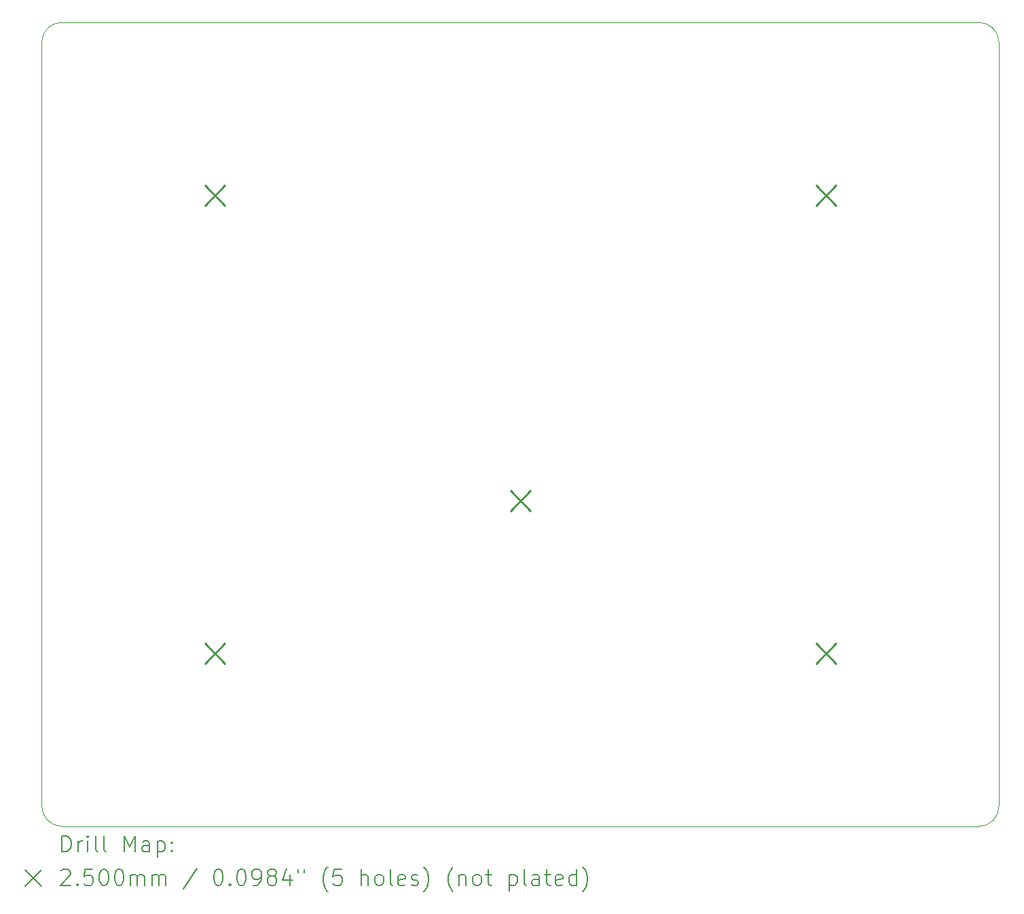
<source format=gbr>
%FSLAX45Y45*%
G04 Gerber Fmt 4.5, Leading zero omitted, Abs format (unit mm)*
G04 Created by KiCad (PCBNEW (6.0.5-0)) date 2022-06-21 10:59:43*
%MOMM*%
%LPD*%
G01*
G04 APERTURE LIST*
%TA.AperFunction,Profile*%
%ADD10C,0.100000*%
%TD*%
%ADD11C,0.200000*%
%ADD12C,0.250000*%
G04 APERTURE END LIST*
D10*
X-5969000Y-3810000D02*
X-5969000Y5715000D01*
X-5715000Y5969000D02*
X5715000Y5969000D01*
X5715000Y-4064000D02*
X-5715000Y-4064000D01*
X-5715000Y5969000D02*
G75*
G03*
X-5969000Y5715000I0J-254000D01*
G01*
X5715000Y-4064000D02*
G75*
G03*
X5969000Y-3810000I0J254000D01*
G01*
X5969000Y5715000D02*
G75*
G03*
X5715000Y5969000I-254000J0D01*
G01*
X5969000Y5715000D02*
X5969000Y-3810000D01*
X-5969000Y-3810000D02*
G75*
G03*
X-5715000Y-4064000I254000J0D01*
G01*
D11*
D12*
X-3935000Y3935000D02*
X-3685000Y3685000D01*
X-3685000Y3935000D02*
X-3935000Y3685000D01*
X-3935000Y-1780000D02*
X-3685000Y-2030000D01*
X-3685000Y-1780000D02*
X-3935000Y-2030000D01*
X-125000Y125000D02*
X125000Y-125000D01*
X125000Y125000D02*
X-125000Y-125000D01*
X3685000Y3935000D02*
X3935000Y3685000D01*
X3935000Y3935000D02*
X3685000Y3685000D01*
X3685000Y-1780000D02*
X3935000Y-2030000D01*
X3935000Y-1780000D02*
X3685000Y-2030000D01*
D11*
X-5716381Y-4379476D02*
X-5716381Y-4179476D01*
X-5668762Y-4179476D01*
X-5640190Y-4189000D01*
X-5621143Y-4208048D01*
X-5611619Y-4227095D01*
X-5602095Y-4265190D01*
X-5602095Y-4293762D01*
X-5611619Y-4331857D01*
X-5621143Y-4350905D01*
X-5640190Y-4369952D01*
X-5668762Y-4379476D01*
X-5716381Y-4379476D01*
X-5516381Y-4379476D02*
X-5516381Y-4246143D01*
X-5516381Y-4284238D02*
X-5506857Y-4265190D01*
X-5497333Y-4255667D01*
X-5478286Y-4246143D01*
X-5459238Y-4246143D01*
X-5392572Y-4379476D02*
X-5392572Y-4246143D01*
X-5392572Y-4179476D02*
X-5402095Y-4189000D01*
X-5392572Y-4198524D01*
X-5383048Y-4189000D01*
X-5392572Y-4179476D01*
X-5392572Y-4198524D01*
X-5268762Y-4379476D02*
X-5287810Y-4369952D01*
X-5297333Y-4350905D01*
X-5297333Y-4179476D01*
X-5164000Y-4379476D02*
X-5183048Y-4369952D01*
X-5192572Y-4350905D01*
X-5192572Y-4179476D01*
X-4935429Y-4379476D02*
X-4935429Y-4179476D01*
X-4868762Y-4322333D01*
X-4802095Y-4179476D01*
X-4802095Y-4379476D01*
X-4621143Y-4379476D02*
X-4621143Y-4274714D01*
X-4630667Y-4255667D01*
X-4649714Y-4246143D01*
X-4687810Y-4246143D01*
X-4706857Y-4255667D01*
X-4621143Y-4369952D02*
X-4640191Y-4379476D01*
X-4687810Y-4379476D01*
X-4706857Y-4369952D01*
X-4716381Y-4350905D01*
X-4716381Y-4331857D01*
X-4706857Y-4312810D01*
X-4687810Y-4303286D01*
X-4640191Y-4303286D01*
X-4621143Y-4293762D01*
X-4525905Y-4246143D02*
X-4525905Y-4446143D01*
X-4525905Y-4255667D02*
X-4506857Y-4246143D01*
X-4468762Y-4246143D01*
X-4449714Y-4255667D01*
X-4440191Y-4265190D01*
X-4430667Y-4284238D01*
X-4430667Y-4341381D01*
X-4440191Y-4360429D01*
X-4449714Y-4369952D01*
X-4468762Y-4379476D01*
X-4506857Y-4379476D01*
X-4525905Y-4369952D01*
X-4344952Y-4360429D02*
X-4335429Y-4369952D01*
X-4344952Y-4379476D01*
X-4354476Y-4369952D01*
X-4344952Y-4360429D01*
X-4344952Y-4379476D01*
X-4344952Y-4255667D02*
X-4335429Y-4265190D01*
X-4344952Y-4274714D01*
X-4354476Y-4265190D01*
X-4344952Y-4255667D01*
X-4344952Y-4274714D01*
X-6174000Y-4609000D02*
X-5974000Y-4809000D01*
X-5974000Y-4609000D02*
X-6174000Y-4809000D01*
X-5725905Y-4618524D02*
X-5716381Y-4609000D01*
X-5697333Y-4599476D01*
X-5649714Y-4599476D01*
X-5630667Y-4609000D01*
X-5621143Y-4618524D01*
X-5611619Y-4637571D01*
X-5611619Y-4656619D01*
X-5621143Y-4685190D01*
X-5735429Y-4799476D01*
X-5611619Y-4799476D01*
X-5525905Y-4780429D02*
X-5516381Y-4789952D01*
X-5525905Y-4799476D01*
X-5535429Y-4789952D01*
X-5525905Y-4780429D01*
X-5525905Y-4799476D01*
X-5335429Y-4599476D02*
X-5430667Y-4599476D01*
X-5440191Y-4694714D01*
X-5430667Y-4685190D01*
X-5411619Y-4675667D01*
X-5364000Y-4675667D01*
X-5344952Y-4685190D01*
X-5335429Y-4694714D01*
X-5325905Y-4713762D01*
X-5325905Y-4761381D01*
X-5335429Y-4780429D01*
X-5344952Y-4789952D01*
X-5364000Y-4799476D01*
X-5411619Y-4799476D01*
X-5430667Y-4789952D01*
X-5440191Y-4780429D01*
X-5202095Y-4599476D02*
X-5183048Y-4599476D01*
X-5164000Y-4609000D01*
X-5154476Y-4618524D01*
X-5144952Y-4637571D01*
X-5135429Y-4675667D01*
X-5135429Y-4723286D01*
X-5144952Y-4761381D01*
X-5154476Y-4780429D01*
X-5164000Y-4789952D01*
X-5183048Y-4799476D01*
X-5202095Y-4799476D01*
X-5221143Y-4789952D01*
X-5230667Y-4780429D01*
X-5240191Y-4761381D01*
X-5249714Y-4723286D01*
X-5249714Y-4675667D01*
X-5240191Y-4637571D01*
X-5230667Y-4618524D01*
X-5221143Y-4609000D01*
X-5202095Y-4599476D01*
X-5011619Y-4599476D02*
X-4992572Y-4599476D01*
X-4973524Y-4609000D01*
X-4964000Y-4618524D01*
X-4954476Y-4637571D01*
X-4944952Y-4675667D01*
X-4944952Y-4723286D01*
X-4954476Y-4761381D01*
X-4964000Y-4780429D01*
X-4973524Y-4789952D01*
X-4992572Y-4799476D01*
X-5011619Y-4799476D01*
X-5030667Y-4789952D01*
X-5040191Y-4780429D01*
X-5049714Y-4761381D01*
X-5059238Y-4723286D01*
X-5059238Y-4675667D01*
X-5049714Y-4637571D01*
X-5040191Y-4618524D01*
X-5030667Y-4609000D01*
X-5011619Y-4599476D01*
X-4859238Y-4799476D02*
X-4859238Y-4666143D01*
X-4859238Y-4685190D02*
X-4849714Y-4675667D01*
X-4830667Y-4666143D01*
X-4802095Y-4666143D01*
X-4783048Y-4675667D01*
X-4773524Y-4694714D01*
X-4773524Y-4799476D01*
X-4773524Y-4694714D02*
X-4764000Y-4675667D01*
X-4744952Y-4666143D01*
X-4716381Y-4666143D01*
X-4697333Y-4675667D01*
X-4687810Y-4694714D01*
X-4687810Y-4799476D01*
X-4592572Y-4799476D02*
X-4592572Y-4666143D01*
X-4592572Y-4685190D02*
X-4583048Y-4675667D01*
X-4564000Y-4666143D01*
X-4535429Y-4666143D01*
X-4516381Y-4675667D01*
X-4506857Y-4694714D01*
X-4506857Y-4799476D01*
X-4506857Y-4694714D02*
X-4497333Y-4675667D01*
X-4478286Y-4666143D01*
X-4449714Y-4666143D01*
X-4430667Y-4675667D01*
X-4421143Y-4694714D01*
X-4421143Y-4799476D01*
X-4030667Y-4589952D02*
X-4202095Y-4847095D01*
X-3773524Y-4599476D02*
X-3754476Y-4599476D01*
X-3735429Y-4609000D01*
X-3725905Y-4618524D01*
X-3716381Y-4637571D01*
X-3706857Y-4675667D01*
X-3706857Y-4723286D01*
X-3716381Y-4761381D01*
X-3725905Y-4780429D01*
X-3735429Y-4789952D01*
X-3754476Y-4799476D01*
X-3773524Y-4799476D01*
X-3792571Y-4789952D01*
X-3802095Y-4780429D01*
X-3811619Y-4761381D01*
X-3821143Y-4723286D01*
X-3821143Y-4675667D01*
X-3811619Y-4637571D01*
X-3802095Y-4618524D01*
X-3792571Y-4609000D01*
X-3773524Y-4599476D01*
X-3621143Y-4780429D02*
X-3611619Y-4789952D01*
X-3621143Y-4799476D01*
X-3630667Y-4789952D01*
X-3621143Y-4780429D01*
X-3621143Y-4799476D01*
X-3487810Y-4599476D02*
X-3468762Y-4599476D01*
X-3449714Y-4609000D01*
X-3440190Y-4618524D01*
X-3430667Y-4637571D01*
X-3421143Y-4675667D01*
X-3421143Y-4723286D01*
X-3430667Y-4761381D01*
X-3440190Y-4780429D01*
X-3449714Y-4789952D01*
X-3468762Y-4799476D01*
X-3487810Y-4799476D01*
X-3506857Y-4789952D01*
X-3516381Y-4780429D01*
X-3525905Y-4761381D01*
X-3535429Y-4723286D01*
X-3535429Y-4675667D01*
X-3525905Y-4637571D01*
X-3516381Y-4618524D01*
X-3506857Y-4609000D01*
X-3487810Y-4599476D01*
X-3325905Y-4799476D02*
X-3287810Y-4799476D01*
X-3268762Y-4789952D01*
X-3259238Y-4780429D01*
X-3240190Y-4751857D01*
X-3230667Y-4713762D01*
X-3230667Y-4637571D01*
X-3240190Y-4618524D01*
X-3249714Y-4609000D01*
X-3268762Y-4599476D01*
X-3306857Y-4599476D01*
X-3325905Y-4609000D01*
X-3335429Y-4618524D01*
X-3344952Y-4637571D01*
X-3344952Y-4685190D01*
X-3335429Y-4704238D01*
X-3325905Y-4713762D01*
X-3306857Y-4723286D01*
X-3268762Y-4723286D01*
X-3249714Y-4713762D01*
X-3240190Y-4704238D01*
X-3230667Y-4685190D01*
X-3116381Y-4685190D02*
X-3135429Y-4675667D01*
X-3144952Y-4666143D01*
X-3154476Y-4647095D01*
X-3154476Y-4637571D01*
X-3144952Y-4618524D01*
X-3135429Y-4609000D01*
X-3116381Y-4599476D01*
X-3078286Y-4599476D01*
X-3059238Y-4609000D01*
X-3049714Y-4618524D01*
X-3040190Y-4637571D01*
X-3040190Y-4647095D01*
X-3049714Y-4666143D01*
X-3059238Y-4675667D01*
X-3078286Y-4685190D01*
X-3116381Y-4685190D01*
X-3135429Y-4694714D01*
X-3144952Y-4704238D01*
X-3154476Y-4723286D01*
X-3154476Y-4761381D01*
X-3144952Y-4780429D01*
X-3135429Y-4789952D01*
X-3116381Y-4799476D01*
X-3078286Y-4799476D01*
X-3059238Y-4789952D01*
X-3049714Y-4780429D01*
X-3040190Y-4761381D01*
X-3040190Y-4723286D01*
X-3049714Y-4704238D01*
X-3059238Y-4694714D01*
X-3078286Y-4685190D01*
X-2868762Y-4666143D02*
X-2868762Y-4799476D01*
X-2916381Y-4589952D02*
X-2964000Y-4732810D01*
X-2840190Y-4732810D01*
X-2773524Y-4599476D02*
X-2773524Y-4637571D01*
X-2697333Y-4599476D02*
X-2697333Y-4637571D01*
X-2402095Y-4875667D02*
X-2411619Y-4866143D01*
X-2430667Y-4837571D01*
X-2440191Y-4818524D01*
X-2449714Y-4789952D01*
X-2459238Y-4742333D01*
X-2459238Y-4704238D01*
X-2449714Y-4656619D01*
X-2440191Y-4628048D01*
X-2430667Y-4609000D01*
X-2411619Y-4580429D01*
X-2402095Y-4570905D01*
X-2230667Y-4599476D02*
X-2325905Y-4599476D01*
X-2335429Y-4694714D01*
X-2325905Y-4685190D01*
X-2306857Y-4675667D01*
X-2259238Y-4675667D01*
X-2240191Y-4685190D01*
X-2230667Y-4694714D01*
X-2221143Y-4713762D01*
X-2221143Y-4761381D01*
X-2230667Y-4780429D01*
X-2240191Y-4789952D01*
X-2259238Y-4799476D01*
X-2306857Y-4799476D01*
X-2325905Y-4789952D01*
X-2335429Y-4780429D01*
X-1983048Y-4799476D02*
X-1983048Y-4599476D01*
X-1897333Y-4799476D02*
X-1897333Y-4694714D01*
X-1906857Y-4675667D01*
X-1925905Y-4666143D01*
X-1954476Y-4666143D01*
X-1973524Y-4675667D01*
X-1983048Y-4685190D01*
X-1773524Y-4799476D02*
X-1792571Y-4789952D01*
X-1802095Y-4780429D01*
X-1811619Y-4761381D01*
X-1811619Y-4704238D01*
X-1802095Y-4685190D01*
X-1792571Y-4675667D01*
X-1773524Y-4666143D01*
X-1744952Y-4666143D01*
X-1725905Y-4675667D01*
X-1716381Y-4685190D01*
X-1706857Y-4704238D01*
X-1706857Y-4761381D01*
X-1716381Y-4780429D01*
X-1725905Y-4789952D01*
X-1744952Y-4799476D01*
X-1773524Y-4799476D01*
X-1592571Y-4799476D02*
X-1611619Y-4789952D01*
X-1621143Y-4770905D01*
X-1621143Y-4599476D01*
X-1440190Y-4789952D02*
X-1459238Y-4799476D01*
X-1497333Y-4799476D01*
X-1516381Y-4789952D01*
X-1525905Y-4770905D01*
X-1525905Y-4694714D01*
X-1516381Y-4675667D01*
X-1497333Y-4666143D01*
X-1459238Y-4666143D01*
X-1440190Y-4675667D01*
X-1430667Y-4694714D01*
X-1430667Y-4713762D01*
X-1525905Y-4732810D01*
X-1354476Y-4789952D02*
X-1335429Y-4799476D01*
X-1297333Y-4799476D01*
X-1278286Y-4789952D01*
X-1268762Y-4770905D01*
X-1268762Y-4761381D01*
X-1278286Y-4742333D01*
X-1297333Y-4732810D01*
X-1325905Y-4732810D01*
X-1344952Y-4723286D01*
X-1354476Y-4704238D01*
X-1354476Y-4694714D01*
X-1344952Y-4675667D01*
X-1325905Y-4666143D01*
X-1297333Y-4666143D01*
X-1278286Y-4675667D01*
X-1202095Y-4875667D02*
X-1192572Y-4866143D01*
X-1173524Y-4837571D01*
X-1164000Y-4818524D01*
X-1154476Y-4789952D01*
X-1144952Y-4742333D01*
X-1144952Y-4704238D01*
X-1154476Y-4656619D01*
X-1164000Y-4628048D01*
X-1173524Y-4609000D01*
X-1192572Y-4580429D01*
X-1202095Y-4570905D01*
X-840190Y-4875667D02*
X-849714Y-4866143D01*
X-868762Y-4837571D01*
X-878286Y-4818524D01*
X-887810Y-4789952D01*
X-897333Y-4742333D01*
X-897333Y-4704238D01*
X-887810Y-4656619D01*
X-878286Y-4628048D01*
X-868762Y-4609000D01*
X-849714Y-4580429D01*
X-840190Y-4570905D01*
X-764000Y-4666143D02*
X-764000Y-4799476D01*
X-764000Y-4685190D02*
X-754476Y-4675667D01*
X-735429Y-4666143D01*
X-706857Y-4666143D01*
X-687810Y-4675667D01*
X-678286Y-4694714D01*
X-678286Y-4799476D01*
X-554476Y-4799476D02*
X-573524Y-4789952D01*
X-583048Y-4780429D01*
X-592572Y-4761381D01*
X-592572Y-4704238D01*
X-583048Y-4685190D01*
X-573524Y-4675667D01*
X-554476Y-4666143D01*
X-525905Y-4666143D01*
X-506857Y-4675667D01*
X-497333Y-4685190D01*
X-487810Y-4704238D01*
X-487810Y-4761381D01*
X-497333Y-4780429D01*
X-506857Y-4789952D01*
X-525905Y-4799476D01*
X-554476Y-4799476D01*
X-430667Y-4666143D02*
X-354476Y-4666143D01*
X-402095Y-4599476D02*
X-402095Y-4770905D01*
X-392571Y-4789952D01*
X-373524Y-4799476D01*
X-354476Y-4799476D01*
X-135429Y-4666143D02*
X-135429Y-4866143D01*
X-135429Y-4675667D02*
X-116381Y-4666143D01*
X-78286Y-4666143D01*
X-59238Y-4675667D01*
X-49714Y-4685190D01*
X-40191Y-4704238D01*
X-40191Y-4761381D01*
X-49714Y-4780429D01*
X-59238Y-4789952D01*
X-78286Y-4799476D01*
X-116381Y-4799476D01*
X-135429Y-4789952D01*
X74095Y-4799476D02*
X55048Y-4789952D01*
X45524Y-4770905D01*
X45524Y-4599476D01*
X236000Y-4799476D02*
X236000Y-4694714D01*
X226476Y-4675667D01*
X207428Y-4666143D01*
X169333Y-4666143D01*
X150286Y-4675667D01*
X236000Y-4789952D02*
X216952Y-4799476D01*
X169333Y-4799476D01*
X150286Y-4789952D01*
X140762Y-4770905D01*
X140762Y-4751857D01*
X150286Y-4732810D01*
X169333Y-4723286D01*
X216952Y-4723286D01*
X236000Y-4713762D01*
X302667Y-4666143D02*
X378857Y-4666143D01*
X331238Y-4599476D02*
X331238Y-4770905D01*
X340762Y-4789952D01*
X359809Y-4799476D01*
X378857Y-4799476D01*
X521714Y-4789952D02*
X502667Y-4799476D01*
X464571Y-4799476D01*
X445524Y-4789952D01*
X436000Y-4770905D01*
X436000Y-4694714D01*
X445524Y-4675667D01*
X464571Y-4666143D01*
X502667Y-4666143D01*
X521714Y-4675667D01*
X531238Y-4694714D01*
X531238Y-4713762D01*
X436000Y-4732810D01*
X702667Y-4799476D02*
X702667Y-4599476D01*
X702667Y-4789952D02*
X683619Y-4799476D01*
X645524Y-4799476D01*
X626476Y-4789952D01*
X616952Y-4780429D01*
X607429Y-4761381D01*
X607429Y-4704238D01*
X616952Y-4685190D01*
X626476Y-4675667D01*
X645524Y-4666143D01*
X683619Y-4666143D01*
X702667Y-4675667D01*
X778857Y-4875667D02*
X788381Y-4866143D01*
X807428Y-4837571D01*
X816952Y-4818524D01*
X826476Y-4789952D01*
X836000Y-4742333D01*
X836000Y-4704238D01*
X826476Y-4656619D01*
X816952Y-4628048D01*
X807428Y-4609000D01*
X788381Y-4580429D01*
X778857Y-4570905D01*
M02*

</source>
